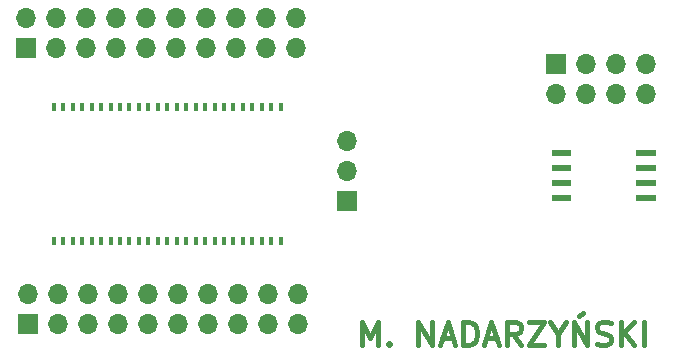
<source format=gts>
G04 #@! TF.GenerationSoftware,KiCad,Pcbnew,(5.1.8)-1*
G04 #@! TF.CreationDate,2021-12-09T12:47:02+01:00*
G04 #@! TF.ProjectId,Prototyp,50726f74-6f74-4797-902e-6b696361645f,rev?*
G04 #@! TF.SameCoordinates,Original*
G04 #@! TF.FileFunction,Soldermask,Top*
G04 #@! TF.FilePolarity,Negative*
%FSLAX46Y46*%
G04 Gerber Fmt 4.6, Leading zero omitted, Abs format (unit mm)*
G04 Created by KiCad (PCBNEW (5.1.8)-1) date 2021-12-09 12:47:02*
%MOMM*%
%LPD*%
G01*
G04 APERTURE LIST*
%ADD10C,0.400000*%
%ADD11O,1.700000X1.700000*%
%ADD12R,1.700000X1.700000*%
%ADD13R,0.320000X0.800000*%
G04 APERTURE END LIST*
D10*
X219314619Y-130571761D02*
X219314619Y-128571761D01*
X219981285Y-130000333D01*
X220647952Y-128571761D01*
X220647952Y-130571761D01*
X221600333Y-130381285D02*
X221695571Y-130476523D01*
X221600333Y-130571761D01*
X221505095Y-130476523D01*
X221600333Y-130381285D01*
X221600333Y-130571761D01*
X224076523Y-130571761D02*
X224076523Y-128571761D01*
X225219380Y-130571761D01*
X225219380Y-128571761D01*
X226076523Y-130000333D02*
X227028904Y-130000333D01*
X225886047Y-130571761D02*
X226552714Y-128571761D01*
X227219380Y-130571761D01*
X227886047Y-130571761D02*
X227886047Y-128571761D01*
X228362238Y-128571761D01*
X228647952Y-128667000D01*
X228838428Y-128857476D01*
X228933666Y-129047952D01*
X229028904Y-129428904D01*
X229028904Y-129714619D01*
X228933666Y-130095571D01*
X228838428Y-130286047D01*
X228647952Y-130476523D01*
X228362238Y-130571761D01*
X227886047Y-130571761D01*
X229790809Y-130000333D02*
X230743190Y-130000333D01*
X229600333Y-130571761D02*
X230267000Y-128571761D01*
X230933666Y-130571761D01*
X232743190Y-130571761D02*
X232076523Y-129619380D01*
X231600333Y-130571761D02*
X231600333Y-128571761D01*
X232362238Y-128571761D01*
X232552714Y-128667000D01*
X232647952Y-128762238D01*
X232743190Y-128952714D01*
X232743190Y-129238428D01*
X232647952Y-129428904D01*
X232552714Y-129524142D01*
X232362238Y-129619380D01*
X231600333Y-129619380D01*
X233409857Y-128571761D02*
X234743190Y-128571761D01*
X233409857Y-130571761D01*
X234743190Y-130571761D01*
X235886047Y-129619380D02*
X235886047Y-130571761D01*
X235219380Y-128571761D02*
X235886047Y-129619380D01*
X236552714Y-128571761D01*
X237219380Y-130571761D02*
X237219380Y-128571761D01*
X238362238Y-130571761D01*
X238362238Y-128571761D01*
X237981285Y-127809857D02*
X237695571Y-128095571D01*
X239219380Y-130476523D02*
X239505095Y-130571761D01*
X239981285Y-130571761D01*
X240171761Y-130476523D01*
X240267000Y-130381285D01*
X240362238Y-130190809D01*
X240362238Y-130000333D01*
X240267000Y-129809857D01*
X240171761Y-129714619D01*
X239981285Y-129619380D01*
X239600333Y-129524142D01*
X239409857Y-129428904D01*
X239314619Y-129333666D01*
X239219380Y-129143190D01*
X239219380Y-128952714D01*
X239314619Y-128762238D01*
X239409857Y-128667000D01*
X239600333Y-128571761D01*
X240076523Y-128571761D01*
X240362238Y-128667000D01*
X241219380Y-130571761D02*
X241219380Y-128571761D01*
X242362238Y-130571761D02*
X241505095Y-129428904D01*
X242362238Y-128571761D02*
X241219380Y-129714619D01*
X243219380Y-130571761D02*
X243219380Y-128571761D01*
D11*
X243332000Y-109347000D03*
X243332000Y-106807000D03*
X240792000Y-109347000D03*
X240792000Y-106807000D03*
X238252000Y-109347000D03*
X238252000Y-106807000D03*
X235712000Y-109347000D03*
D12*
X235712000Y-106807000D03*
D13*
X212419000Y-121758000D03*
X212419000Y-110398000D03*
X211619000Y-121758000D03*
X211619000Y-110398000D03*
X210819000Y-121758000D03*
X210819000Y-110398000D03*
X210019000Y-121758000D03*
X210019000Y-110398000D03*
X209219000Y-121758000D03*
X209219000Y-110398000D03*
X208419000Y-121758000D03*
X208419000Y-110398000D03*
X207619000Y-121758000D03*
X207619000Y-110398000D03*
X206819000Y-121758000D03*
X206819000Y-110398000D03*
X206019000Y-121758000D03*
X206019000Y-110398000D03*
X205219000Y-121758000D03*
X205219000Y-110398000D03*
X204419000Y-121758000D03*
X204419000Y-110398000D03*
X203619000Y-121758000D03*
X203619000Y-110398000D03*
X202819000Y-121758000D03*
X202819000Y-110398000D03*
X202019000Y-121758000D03*
X202019000Y-110398000D03*
X201219000Y-121758000D03*
X201219000Y-110398000D03*
X200419000Y-121758000D03*
X200419000Y-110398000D03*
X199619000Y-121758000D03*
X199619000Y-110398000D03*
X198819000Y-121758000D03*
X198819000Y-110398000D03*
X198019000Y-121758000D03*
X198019000Y-110398000D03*
X197219000Y-121758000D03*
X197219000Y-110398000D03*
X196419000Y-121758000D03*
X196419000Y-110398000D03*
X195619000Y-121758000D03*
X195619000Y-110398000D03*
X194819000Y-121758000D03*
X194819000Y-110398000D03*
X194019000Y-121758000D03*
X194019000Y-110398000D03*
X193219000Y-121758000D03*
X193219000Y-110398000D03*
D11*
X218059000Y-113284000D03*
X218059000Y-115824000D03*
D12*
X218059000Y-118364000D03*
D11*
X213741000Y-102870000D03*
X213741000Y-105410000D03*
X211201000Y-102870000D03*
X211201000Y-105410000D03*
X208661000Y-102870000D03*
X208661000Y-105410000D03*
X206121000Y-102870000D03*
X206121000Y-105410000D03*
X203581000Y-102870000D03*
X203581000Y-105410000D03*
X201041000Y-102870000D03*
X201041000Y-105410000D03*
X198501000Y-102870000D03*
X198501000Y-105410000D03*
X195961000Y-102870000D03*
X195961000Y-105410000D03*
X193421000Y-102870000D03*
X193421000Y-105410000D03*
X190881000Y-102870000D03*
D12*
X190881000Y-105410000D03*
D11*
X213868000Y-126238000D03*
X213868000Y-128778000D03*
X211328000Y-126238000D03*
X211328000Y-128778000D03*
X208788000Y-126238000D03*
X208788000Y-128778000D03*
X206248000Y-126238000D03*
X206248000Y-128778000D03*
X203708000Y-126238000D03*
X203708000Y-128778000D03*
X201168000Y-126238000D03*
X201168000Y-128778000D03*
X198628000Y-126238000D03*
X198628000Y-128778000D03*
X196088000Y-126238000D03*
X196088000Y-128778000D03*
X193548000Y-126238000D03*
X193548000Y-128778000D03*
X191008000Y-126238000D03*
D12*
X191008000Y-128778000D03*
G36*
G01*
X242536000Y-114549400D02*
X242536000Y-114050600D01*
G75*
G02*
X242576600Y-114010000I40600J0D01*
G01*
X244145400Y-114010000D01*
G75*
G02*
X244186000Y-114050600I0J-40600D01*
G01*
X244186000Y-114549400D01*
G75*
G02*
X244145400Y-114590000I-40600J0D01*
G01*
X242576600Y-114590000D01*
G75*
G02*
X242536000Y-114549400I0J40600D01*
G01*
G37*
G36*
G01*
X242536000Y-115819400D02*
X242536000Y-115320600D01*
G75*
G02*
X242576600Y-115280000I40600J0D01*
G01*
X244145400Y-115280000D01*
G75*
G02*
X244186000Y-115320600I0J-40600D01*
G01*
X244186000Y-115819400D01*
G75*
G02*
X244145400Y-115860000I-40600J0D01*
G01*
X242576600Y-115860000D01*
G75*
G02*
X242536000Y-115819400I0J40600D01*
G01*
G37*
G36*
G01*
X242536000Y-117089400D02*
X242536000Y-116590600D01*
G75*
G02*
X242576600Y-116550000I40600J0D01*
G01*
X244145400Y-116550000D01*
G75*
G02*
X244186000Y-116590600I0J-40600D01*
G01*
X244186000Y-117089400D01*
G75*
G02*
X244145400Y-117130000I-40600J0D01*
G01*
X242576600Y-117130000D01*
G75*
G02*
X242536000Y-117089400I0J40600D01*
G01*
G37*
G36*
G01*
X242536000Y-118359400D02*
X242536000Y-117860600D01*
G75*
G02*
X242576600Y-117820000I40600J0D01*
G01*
X244145400Y-117820000D01*
G75*
G02*
X244186000Y-117860600I0J-40600D01*
G01*
X244186000Y-118359400D01*
G75*
G02*
X244145400Y-118400000I-40600J0D01*
G01*
X242576600Y-118400000D01*
G75*
G02*
X242536000Y-118359400I0J40600D01*
G01*
G37*
G36*
G01*
X235366000Y-118359400D02*
X235366000Y-117860600D01*
G75*
G02*
X235406600Y-117820000I40600J0D01*
G01*
X236975400Y-117820000D01*
G75*
G02*
X237016000Y-117860600I0J-40600D01*
G01*
X237016000Y-118359400D01*
G75*
G02*
X236975400Y-118400000I-40600J0D01*
G01*
X235406600Y-118400000D01*
G75*
G02*
X235366000Y-118359400I0J40600D01*
G01*
G37*
G36*
G01*
X235366000Y-117089400D02*
X235366000Y-116590600D01*
G75*
G02*
X235406600Y-116550000I40600J0D01*
G01*
X236975400Y-116550000D01*
G75*
G02*
X237016000Y-116590600I0J-40600D01*
G01*
X237016000Y-117089400D01*
G75*
G02*
X236975400Y-117130000I-40600J0D01*
G01*
X235406600Y-117130000D01*
G75*
G02*
X235366000Y-117089400I0J40600D01*
G01*
G37*
G36*
G01*
X235366000Y-115819400D02*
X235366000Y-115320600D01*
G75*
G02*
X235406600Y-115280000I40600J0D01*
G01*
X236975400Y-115280000D01*
G75*
G02*
X237016000Y-115320600I0J-40600D01*
G01*
X237016000Y-115819400D01*
G75*
G02*
X236975400Y-115860000I-40600J0D01*
G01*
X235406600Y-115860000D01*
G75*
G02*
X235366000Y-115819400I0J40600D01*
G01*
G37*
G36*
G01*
X235366000Y-114549400D02*
X235366000Y-114050600D01*
G75*
G02*
X235406600Y-114010000I40600J0D01*
G01*
X236975400Y-114010000D01*
G75*
G02*
X237016000Y-114050600I0J-40600D01*
G01*
X237016000Y-114549400D01*
G75*
G02*
X236975400Y-114590000I-40600J0D01*
G01*
X235406600Y-114590000D01*
G75*
G02*
X235366000Y-114549400I0J40600D01*
G01*
G37*
M02*

</source>
